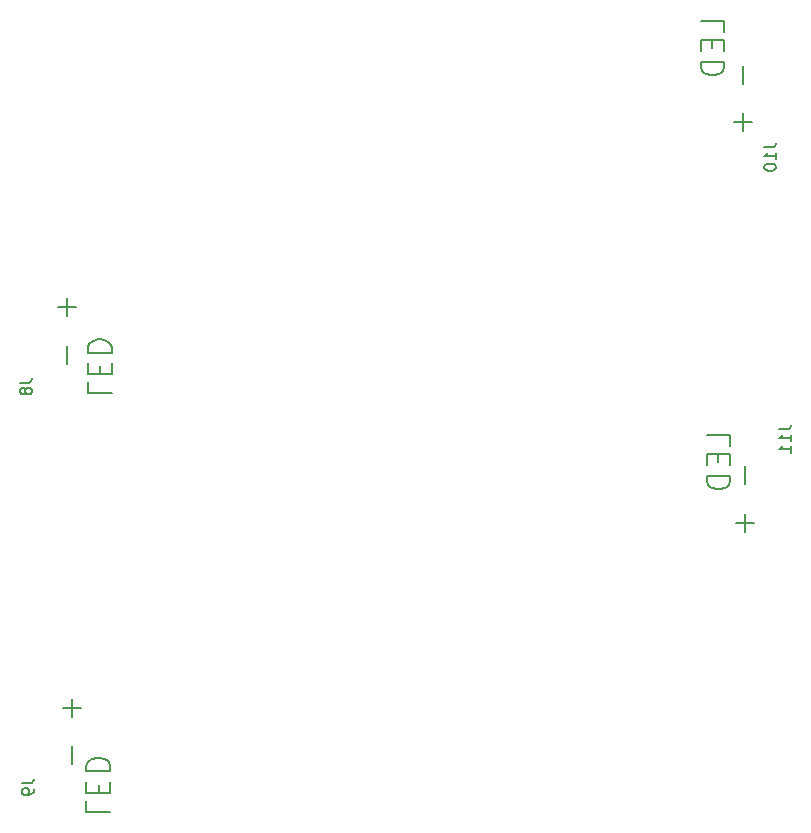
<source format=gbr>
G04 #@! TF.GenerationSoftware,KiCad,Pcbnew,5.1.4+dfsg1-1*
G04 #@! TF.CreationDate,2019-10-01T15:35:31+02:00*
G04 #@! TF.ProjectId,rover-pcb,726f7665-722d-4706-9362-2e6b69636164,1*
G04 #@! TF.SameCoordinates,Original*
G04 #@! TF.FileFunction,Legend,Bot*
G04 #@! TF.FilePolarity,Positive*
%FSLAX46Y46*%
G04 Gerber Fmt 4.6, Leading zero omitted, Abs format (unit mm)*
G04 Created by KiCad (PCBNEW 5.1.4+dfsg1-1) date 2019-10-01 15:35:31*
%MOMM*%
%LPD*%
G04 APERTURE LIST*
%ADD10C,0.200000*%
%ADD11C,0.150000*%
G04 APERTURE END LIST*
D10*
X192928761Y-64500285D02*
X192928761Y-63547904D01*
X190928761Y-63547904D01*
X191881142Y-65166952D02*
X191881142Y-65833619D01*
X192928761Y-66119333D02*
X192928761Y-65166952D01*
X190928761Y-65166952D01*
X190928761Y-66119333D01*
X192928761Y-66976476D02*
X190928761Y-66976476D01*
X190928761Y-67452666D01*
X191024000Y-67738380D01*
X191214476Y-67928857D01*
X191404952Y-68024095D01*
X191785904Y-68119333D01*
X192071619Y-68119333D01*
X192452571Y-68024095D01*
X192643047Y-67928857D01*
X192833523Y-67738380D01*
X192928761Y-67452666D01*
X192928761Y-66976476D01*
X193436761Y-99552285D02*
X193436761Y-98599904D01*
X191436761Y-98599904D01*
X192389142Y-100218952D02*
X192389142Y-100885619D01*
X193436761Y-101171333D02*
X193436761Y-100218952D01*
X191436761Y-100218952D01*
X191436761Y-101171333D01*
X193436761Y-102028476D02*
X191436761Y-102028476D01*
X191436761Y-102504666D01*
X191532000Y-102790380D01*
X191722476Y-102980857D01*
X191912952Y-103076095D01*
X192293904Y-103171333D01*
X192579619Y-103171333D01*
X192960571Y-103076095D01*
X193151047Y-102980857D01*
X193341523Y-102790380D01*
X193436761Y-102504666D01*
X193436761Y-102028476D01*
X138922238Y-129555714D02*
X138922238Y-130508095D01*
X140922238Y-130508095D01*
X139969857Y-128889047D02*
X139969857Y-128222380D01*
X138922238Y-127936666D02*
X138922238Y-128889047D01*
X140922238Y-128889047D01*
X140922238Y-127936666D01*
X138922238Y-127079523D02*
X140922238Y-127079523D01*
X140922238Y-126603333D01*
X140827000Y-126317619D01*
X140636523Y-126127142D01*
X140446047Y-126031904D01*
X140065095Y-125936666D01*
X139779380Y-125936666D01*
X139398428Y-126031904D01*
X139207952Y-126127142D01*
X139017476Y-126317619D01*
X138922238Y-126603333D01*
X138922238Y-127079523D01*
X139049238Y-94122714D02*
X139049238Y-95075095D01*
X141049238Y-95075095D01*
X140096857Y-93456047D02*
X140096857Y-92789380D01*
X139049238Y-92503666D02*
X139049238Y-93456047D01*
X141049238Y-93456047D01*
X141049238Y-92503666D01*
X139049238Y-91646523D02*
X141049238Y-91646523D01*
X141049238Y-91170333D01*
X140954000Y-90884619D01*
X140763523Y-90694142D01*
X140573047Y-90598904D01*
X140192095Y-90503666D01*
X139906380Y-90503666D01*
X139525428Y-90598904D01*
X139334952Y-90694142D01*
X139144476Y-90884619D01*
X139049238Y-91170333D01*
X139049238Y-91646523D01*
X137683857Y-120936095D02*
X137683857Y-122459904D01*
X138445761Y-121698000D02*
X136921952Y-121698000D01*
X137683857Y-124936095D02*
X137683857Y-126459904D01*
X137302857Y-87027095D02*
X137302857Y-88550904D01*
X138064761Y-87789000D02*
X136540952Y-87789000D01*
X137302857Y-91027095D02*
X137302857Y-92550904D01*
X194548142Y-72865904D02*
X194548142Y-71342095D01*
X193786238Y-72104000D02*
X195310047Y-72104000D01*
X194548142Y-68865904D02*
X194548142Y-67342095D01*
X194675142Y-106774904D02*
X194675142Y-105251095D01*
X193913238Y-106013000D02*
X195437047Y-106013000D01*
X194675142Y-102774904D02*
X194675142Y-101251095D01*
D11*
X197572380Y-98123476D02*
X198286666Y-98123476D01*
X198429523Y-98075857D01*
X198524761Y-97980619D01*
X198572380Y-97837761D01*
X198572380Y-97742523D01*
X198572380Y-99123476D02*
X198572380Y-98552047D01*
X198572380Y-98837761D02*
X197572380Y-98837761D01*
X197715238Y-98742523D01*
X197810476Y-98647285D01*
X197858095Y-98552047D01*
X198572380Y-100075857D02*
X198572380Y-99504428D01*
X198572380Y-99790142D02*
X197572380Y-99790142D01*
X197715238Y-99694904D01*
X197810476Y-99599666D01*
X197858095Y-99504428D01*
X196302380Y-74247476D02*
X197016666Y-74247476D01*
X197159523Y-74199857D01*
X197254761Y-74104619D01*
X197302380Y-73961761D01*
X197302380Y-73866523D01*
X197302380Y-75247476D02*
X197302380Y-74676047D01*
X197302380Y-74961761D02*
X196302380Y-74961761D01*
X196445238Y-74866523D01*
X196540476Y-74771285D01*
X196588095Y-74676047D01*
X196302380Y-75866523D02*
X196302380Y-75961761D01*
X196350000Y-76057000D01*
X196397619Y-76104619D01*
X196492857Y-76152238D01*
X196683333Y-76199857D01*
X196921428Y-76199857D01*
X197111904Y-76152238D01*
X197207142Y-76104619D01*
X197254761Y-76057000D01*
X197302380Y-75961761D01*
X197302380Y-75866523D01*
X197254761Y-75771285D01*
X197207142Y-75723666D01*
X197111904Y-75676047D01*
X196921428Y-75628428D01*
X196683333Y-75628428D01*
X196492857Y-75676047D01*
X196397619Y-75723666D01*
X196350000Y-75771285D01*
X196302380Y-75866523D01*
X133437380Y-128063666D02*
X134151666Y-128063666D01*
X134294523Y-128016047D01*
X134389761Y-127920809D01*
X134437380Y-127777952D01*
X134437380Y-127682714D01*
X134437380Y-128587476D02*
X134437380Y-128777952D01*
X134389761Y-128873190D01*
X134342142Y-128920809D01*
X134199285Y-129016047D01*
X134008809Y-129063666D01*
X133627857Y-129063666D01*
X133532619Y-129016047D01*
X133485000Y-128968428D01*
X133437380Y-128873190D01*
X133437380Y-128682714D01*
X133485000Y-128587476D01*
X133532619Y-128539857D01*
X133627857Y-128492238D01*
X133865952Y-128492238D01*
X133961190Y-128539857D01*
X134008809Y-128587476D01*
X134056428Y-128682714D01*
X134056428Y-128873190D01*
X134008809Y-128968428D01*
X133961190Y-129016047D01*
X133865952Y-129063666D01*
X133310380Y-94154666D02*
X134024666Y-94154666D01*
X134167523Y-94107047D01*
X134262761Y-94011809D01*
X134310380Y-93868952D01*
X134310380Y-93773714D01*
X133738952Y-94773714D02*
X133691333Y-94678476D01*
X133643714Y-94630857D01*
X133548476Y-94583238D01*
X133500857Y-94583238D01*
X133405619Y-94630857D01*
X133358000Y-94678476D01*
X133310380Y-94773714D01*
X133310380Y-94964190D01*
X133358000Y-95059428D01*
X133405619Y-95107047D01*
X133500857Y-95154666D01*
X133548476Y-95154666D01*
X133643714Y-95107047D01*
X133691333Y-95059428D01*
X133738952Y-94964190D01*
X133738952Y-94773714D01*
X133786571Y-94678476D01*
X133834190Y-94630857D01*
X133929428Y-94583238D01*
X134119904Y-94583238D01*
X134215142Y-94630857D01*
X134262761Y-94678476D01*
X134310380Y-94773714D01*
X134310380Y-94964190D01*
X134262761Y-95059428D01*
X134215142Y-95107047D01*
X134119904Y-95154666D01*
X133929428Y-95154666D01*
X133834190Y-95107047D01*
X133786571Y-95059428D01*
X133738952Y-94964190D01*
M02*

</source>
